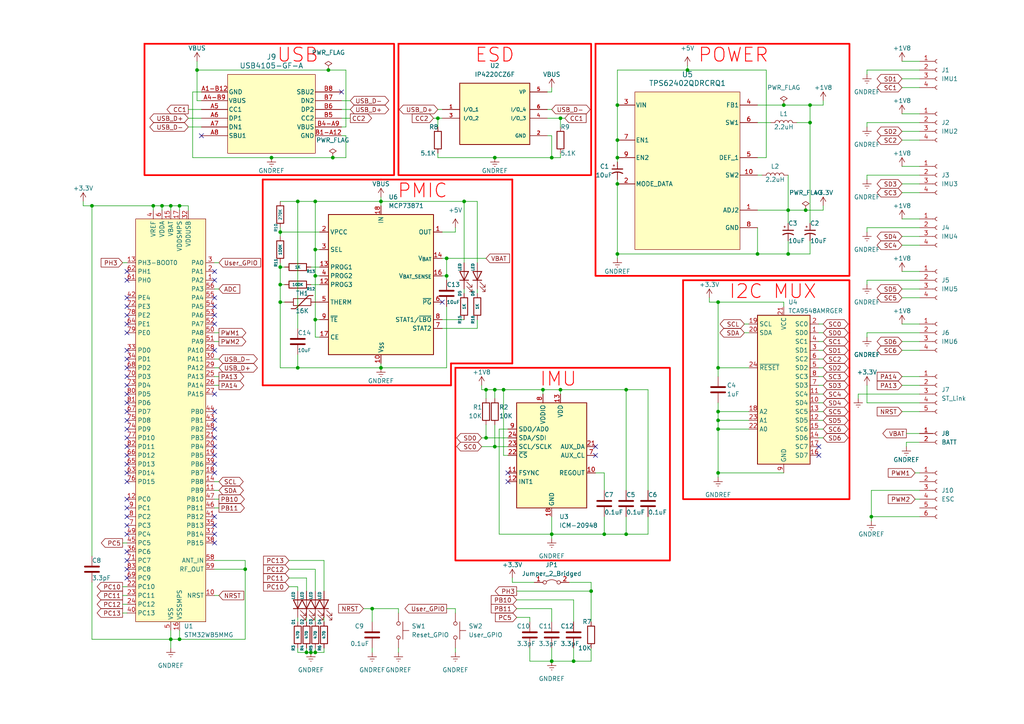
<source format=kicad_sch>
(kicad_sch (version 20230121) (generator eeschema)
  (paper "A4")
  (title_block (title "GLOVE PCB") (date "2024-03-04") (rev "CHUCHUNG WANG"))
  (junction (at 228.6 73.66))
  (junction (at 143.51 129.54))
  (junction (at 234.95 35.56))
  (junction (at 181.61 113.03))
  (junction (at 146.05 113.03))
  (junction (at 95.25 20.32))
  (junction (at 71.12 165.1))
  (junction (at 110.49 58.42))
  (junction (at 179.07 30.48))
  (junction (at 162.56 113.03))
  (junction (at 234.95 30.48))
  (junction (at 81.28 87.63))
  (junction (at 160.02 154.94))
  (junction (at 91.44 92.71))
  (junction (at 140.97 127))
  (junction (at 166.37 191.77))
  (junction (at 110.49 106.68))
  (junction (at 227.33 30.48))
  (junction (at 175.26 154.94))
  (junction (at 44.45 59.69))
  (junction (at 107.95 176.53))
  (junction (at 252.73 149.86))
  (junction (at 81.28 67.31))
  (junction (at 49.53 59.69))
  (junction (at 162.56 34.29))
  (junction (at 219.71 73.66))
  (junction (at 179.07 53.34))
  (junction (at 52.07 59.69))
  (junction (at 91.44 80.01))
  (junction (at 86.36 106.68))
  (junction (at 208.28 124.46))
  (junction (at 208.28 106.68))
  (junction (at 52.07 185.42))
  (junction (at 233.68 60.96))
  (junction (at 90.17 189.23))
  (junction (at 228.6 60.96))
  (junction (at 134.62 58.42))
  (junction (at 86.36 58.42))
  (junction (at 26.67 59.69))
  (junction (at 179.07 45.72))
  (junction (at 49.53 185.42))
  (junction (at 143.51 113.03))
  (junction (at 81.28 77.47))
  (junction (at 160.02 45.72))
  (junction (at 208.28 87.63))
  (junction (at 88.9 189.23))
  (junction (at 208.28 119.38))
  (junction (at 78.74 45.72))
  (junction (at 179.07 40.64))
  (junction (at 129.54 80.01))
  (junction (at 129.54 74.93))
  (junction (at 91.44 72.39))
  (junction (at 160.02 191.77))
  (junction (at 208.28 137.16))
  (junction (at 208.28 121.92))
  (junction (at 57.15 20.32))
  (junction (at 171.45 171.45))
  (junction (at 127 34.29))
  (junction (at 179.07 73.66))
  (junction (at 81.28 82.55))
  (junction (at 199.39 20.32))
  (junction (at 157.48 113.03))
  (junction (at 96.52 45.72))
  (junction (at 143.51 45.72))
  (junction (at 91.44 189.23))
  (junction (at 140.97 113.03))
  (junction (at 181.61 154.94))
  (junction (at 91.44 58.42))
  (junction (at 46.99 59.69))
  (no_connect (at 147.32 137.16))
  (no_connect (at 36.83 119.38))
  (no_connect (at 62.23 134.62))
  (no_connect (at 128.27 87.63))
  (no_connect (at 62.23 119.38))
  (no_connect (at 36.83 167.64))
  (no_connect (at 62.23 152.4))
  (no_connect (at 237.49 132.08))
  (no_connect (at 36.83 137.16))
  (no_connect (at 62.23 88.9))
  (no_connect (at 62.23 132.08))
  (no_connect (at 36.83 165.1))
  (no_connect (at 147.32 139.7))
  (no_connect (at 62.23 81.28))
  (no_connect (at 36.83 139.7))
  (no_connect (at 62.23 121.92))
  (no_connect (at 36.83 129.54))
  (no_connect (at 237.49 129.54))
  (no_connect (at 62.23 101.6))
  (no_connect (at 36.83 134.62))
  (no_connect (at 36.83 162.56))
  (no_connect (at 36.83 86.36))
  (no_connect (at 62.23 127))
  (no_connect (at 36.83 104.14))
  (no_connect (at 62.23 124.46))
  (no_connect (at 36.83 152.4))
  (no_connect (at 36.83 111.76))
  (no_connect (at 62.23 137.16))
  (no_connect (at 36.83 81.28))
  (no_connect (at 36.83 154.94))
  (no_connect (at 36.83 106.68))
  (no_connect (at 36.83 96.52))
  (no_connect (at 36.83 160.02))
  (no_connect (at 36.83 144.78))
  (no_connect (at 36.83 127))
  (no_connect (at 62.23 86.36))
  (no_connect (at 62.23 154.94))
  (no_connect (at 36.83 88.9))
  (no_connect (at 172.72 132.08))
  (no_connect (at 62.23 157.48))
  (no_connect (at 36.83 132.08))
  (no_connect (at 36.83 114.3))
  (no_connect (at 62.23 78.74))
  (no_connect (at 62.23 93.98))
  (no_connect (at 36.83 78.74))
  (no_connect (at 36.83 124.46))
  (no_connect (at 172.72 129.54))
  (no_connect (at 36.83 91.44))
  (no_connect (at 36.83 116.84))
  (no_connect (at 36.83 93.98))
  (no_connect (at 36.83 147.32))
  (no_connect (at 62.23 149.86))
  (no_connect (at 36.83 149.86))
  (no_connect (at 99.06 26.67))
  (no_connect (at 36.83 109.22))
  (no_connect (at 36.83 101.6))
  (no_connect (at 62.23 114.3))
  (no_connect (at 58.42 39.37))
  (no_connect (at 36.83 121.92))
  (no_connect (at 62.23 129.54))
  (no_connect (at 62.23 91.44))
  (wire (pts (xy 83.82 170.18) (xy 86.36 170.18)))
  (wire (pts (xy 252.73 142.24) (xy 252.73 149.86)))
  (wire (pts (xy 261.62 78.74) (xy 266.7 78.74)))
  (wire (pts (xy 46.99 59.69) (xy 46.99 60.96)))
  (wire (pts (xy 26.67 59.69) (xy 44.45 59.69)))
  (wire (pts (xy 62.23 96.52) (xy 63.5 96.52)))
  (wire (pts (xy 99.06 34.29) (xy 101.6 34.29)))
  (wire (pts (xy 237.49 106.68) (xy 238.76 106.68)))
  (wire (pts (xy 115.57 187.96) (xy 115.57 189.23)))
  (wire (pts (xy 91.44 189.23) (xy 93.98 189.23)))
  (wire (pts (xy 228.6 69.85) (xy 228.6 73.66)))
  (wire (pts (xy 115.57 176.53) (xy 115.57 177.8)))
  (wire (pts (xy 237.49 124.46) (xy 238.76 124.46)))
  (wire (pts (xy 139.7 129.54) (xy 143.51 129.54)))
  (wire (pts (xy 237.49 121.92) (xy 238.76 121.92)))
  (wire (pts (xy 266.7 128.27) (xy 262.89 128.27)))
  (polyline (pts (xy 76.2 111.76) (xy 130.81 111.76)) (stroke (width 0.5) (type solid) (color 255 0 0 1)))
  (wire (pts (xy 187.96 142.24) (xy 187.96 113.03)))
  (wire (pts (xy 187.96 149.86) (xy 187.96 154.94)))
  (wire (pts (xy 227.33 30.48) (xy 234.95 30.48)))
  (wire (pts (xy 262.89 128.27) (xy 262.89 129.54)))
  (wire (pts (xy 86.36 58.42) (xy 86.36 95.25)))
  (wire (pts (xy 54.61 36.83) (xy 58.42 36.83)))
  (wire (pts (xy 35.56 76.2) (xy 36.83 76.2)))
  (wire (pts (xy 261.62 22.86) (xy 266.7 22.86)))
  (wire (pts (xy 219.71 50.8) (xy 220.98 50.8)))
  (wire (pts (xy 52.07 182.88) (xy 52.07 185.42)))
  (wire (pts (xy 81.28 76.2) (xy 81.28 77.47)))
  (wire (pts (xy 143.51 113.03) (xy 143.51 115.57)))
  (wire (pts (xy 222.25 20.32) (xy 222.25 45.72)))
  (wire (pts (xy 62.23 147.32) (xy 63.5 147.32)))
  (wire (pts (xy 35.56 175.26) (xy 36.83 175.26)))
  (wire (pts (xy 52.07 60.96) (xy 52.07 59.69)))
  (wire (pts (xy 127 44.45) (xy 127 45.72)))
  (wire (pts (xy 134.62 58.42) (xy 134.62 76.2)))
  (wire (pts (xy 261.62 63.5) (xy 266.7 63.5)))
  (wire (pts (xy 71.12 185.42) (xy 52.07 185.42)))
  (wire (pts (xy 147.32 124.46) (xy 144.78 124.46)))
  (wire (pts (xy 158.75 26.67) (xy 160.02 26.67)))
  (wire (pts (xy 81.28 82.55) (xy 82.55 82.55)))
  (wire (pts (xy 227.33 87.63) (xy 227.33 88.9)))
  (wire (pts (xy 175.26 154.94) (xy 160.02 154.94)))
  (wire (pts (xy 81.28 77.47) (xy 82.55 77.47)))
  (wire (pts (xy 179.07 52.07) (xy 179.07 53.34)))
  (wire (pts (xy 261.62 101.6) (xy 266.7 101.6)))
  (wire (pts (xy 62.23 139.7) (xy 63.5 139.7)))
  (wire (pts (xy 86.36 187.96) (xy 86.36 189.23)))
  (wire (pts (xy 148.59 168.91) (xy 154.94 168.91)))
  (wire (pts (xy 91.44 80.01) (xy 91.44 92.71)))
  (wire (pts (xy 62.23 165.1) (xy 71.12 165.1)))
  (wire (pts (xy 160.02 39.37) (xy 158.75 39.37)))
  (wire (pts (xy 208.28 124.46) (xy 217.17 124.46)))
  (wire (pts (xy 208.28 106.68) (xy 208.28 109.22)))
  (wire (pts (xy 129.54 80.01) (xy 129.54 81.28)))
  (wire (pts (xy 149.86 176.53) (xy 160.02 176.53)))
  (wire (pts (xy 93.98 180.34) (xy 93.98 179.07)))
  (wire (pts (xy 86.36 189.23) (xy 88.9 189.23)))
  (wire (pts (xy 105.41 176.53) (xy 107.95 176.53)))
  (wire (pts (xy 139.7 111.76) (xy 139.7 113.03)))
  (wire (pts (xy 162.56 34.29) (xy 163.83 34.29)))
  (wire (pts (xy 35.56 157.48) (xy 36.83 157.48)))
  (wire (pts (xy 175.26 154.94) (xy 181.61 154.94)))
  (wire (pts (xy 251.46 35.56) (xy 251.46 36.83)))
  (wire (pts (xy 219.71 30.48) (xy 227.33 30.48)))
  (wire (pts (xy 83.82 165.1) (xy 91.44 165.1)))
  (wire (pts (xy 83.82 162.56) (xy 93.98 162.56)))
  (wire (pts (xy 162.56 113.03) (xy 181.61 113.03)))
  (wire (pts (xy 261.62 68.58) (xy 266.7 68.58)))
  (wire (pts (xy 248.92 114.3) (xy 248.92 115.57)))
  (wire (pts (xy 93.98 162.56) (xy 93.98 171.45)))
  (wire (pts (xy 110.49 105.41) (xy 110.49 106.68)))
  (wire (pts (xy 261.62 83.82) (xy 266.7 83.82)))
  (wire (pts (xy 252.73 142.24) (xy 266.7 142.24)))
  (wire (pts (xy 233.68 60.96) (xy 238.76 60.96)))
  (wire (pts (xy 134.62 92.71) (xy 128.27 92.71)))
  (wire (pts (xy 234.95 30.48) (xy 234.95 35.56)))
  (wire (pts (xy 179.07 20.32) (xy 179.07 30.48)))
  (wire (pts (xy 160.02 154.94) (xy 160.02 156.21)))
  (wire (pts (xy 62.23 162.56) (xy 71.12 162.56)))
  (wire (pts (xy 237.49 101.6) (xy 238.76 101.6)))
  (wire (pts (xy 261.62 33.02) (xy 266.7 33.02)))
  (wire (pts (xy 129.54 80.01) (xy 128.27 80.01)))
  (wire (pts (xy 261.62 93.98) (xy 266.7 93.98)))
  (wire (pts (xy 127 34.29) (xy 128.27 34.29)))
  (wire (pts (xy 171.45 171.45) (xy 171.45 180.34)))
  (wire (pts (xy 128.27 67.31) (xy 132.08 67.31)))
  (wire (pts (xy 86.36 58.42) (xy 91.44 58.42)))
  (wire (pts (xy 139.7 127) (xy 140.97 127)))
  (wire (pts (xy 237.49 114.3) (xy 238.76 114.3)))
  (wire (pts (xy 149.86 179.07) (xy 153.67 179.07)))
  (wire (pts (xy 171.45 187.96) (xy 171.45 191.77)))
  (wire (pts (xy 57.15 20.32) (xy 57.15 29.21)))
  (wire (pts (xy 266.7 114.3) (xy 248.92 114.3)))
  (wire (pts (xy 208.28 87.63) (xy 208.28 106.68)))
  (wire (pts (xy 96.52 45.72) (xy 100.33 45.72)))
  (wire (pts (xy 261.62 40.64) (xy 266.7 40.64)))
  (wire (pts (xy 181.61 113.03) (xy 187.96 113.03)))
  (wire (pts (xy 149.86 173.99) (xy 166.37 173.99)))
  (wire (pts (xy 179.07 40.64) (xy 179.07 45.72)))
  (wire (pts (xy 143.51 129.54) (xy 147.32 129.54)))
  (wire (pts (xy 26.67 168.91) (xy 26.67 185.42)))
  (wire (pts (xy 139.7 113.03) (xy 140.97 113.03)))
  (wire (pts (xy 140.97 113.03) (xy 143.51 113.03)))
  (wire (pts (xy 215.9 93.98) (xy 217.17 93.98)))
  (wire (pts (xy 91.44 92.71) (xy 91.44 97.79)))
  (wire (pts (xy 234.95 69.85) (xy 234.95 73.66)))
  (wire (pts (xy 265.43 144.78) (xy 266.7 144.78)))
  (wire (pts (xy 134.62 58.42) (xy 138.43 58.42)))
  (wire (pts (xy 128.27 74.93) (xy 129.54 74.93)))
  (wire (pts (xy 35.56 177.8) (xy 36.83 177.8)))
  (wire (pts (xy 134.62 83.82) (xy 134.62 85.09)))
  (wire (pts (xy 81.28 82.55) (xy 81.28 87.63)))
  (wire (pts (xy 251.46 20.32) (xy 266.7 20.32)))
  (wire (pts (xy 238.76 59.69) (xy 238.76 60.96)))
  (wire (pts (xy 219.71 35.56) (xy 223.52 35.56)))
  (wire (pts (xy 62.23 104.14) (xy 63.5 104.14)))
  (wire (pts (xy 49.53 185.42) (xy 49.53 187.96)))
  (wire (pts (xy 162.56 113.03) (xy 157.48 113.03)))
  (wire (pts (xy 153.67 187.96) (xy 153.67 191.77)))
  (wire (pts (xy 62.23 83.82) (xy 63.5 83.82)))
  (wire (pts (xy 165.1 168.91) (xy 171.45 168.91)))
  (wire (pts (xy 148.59 168.91) (xy 148.59 167.64)))
  (wire (pts (xy 129.54 74.93) (xy 140.97 74.93)))
  (wire (pts (xy 261.62 111.76) (xy 266.7 111.76)))
  (wire (pts (xy 251.46 96.52) (xy 251.46 97.79)))
  (wire (pts (xy 62.23 99.06) (xy 63.5 99.06)))
  (wire (pts (xy 219.71 73.66) (xy 228.6 73.66)))
  (wire (pts (xy 179.07 53.34) (xy 179.07 73.66)))
  (wire (pts (xy 86.36 102.87) (xy 86.36 106.68)))
  (wire (pts (xy 91.44 180.34) (xy 91.44 179.07)))
  (wire (pts (xy 86.36 106.68) (xy 110.49 106.68)))
  (wire (pts (xy 26.67 185.42) (xy 49.53 185.42)))
  (wire (pts (xy 251.46 116.84) (xy 266.7 116.84)))
  (wire (pts (xy 127 34.29) (xy 127 36.83)))
  (wire (pts (xy 62.23 144.78) (xy 63.5 144.78)))
  (wire (pts (xy 208.28 119.38) (xy 217.17 119.38)))
  (wire (pts (xy 238.76 29.21) (xy 238.76 30.48)))
  (wire (pts (xy 127 45.72) (xy 143.51 45.72)))
  (wire (pts (xy 93.98 187.96) (xy 93.98 189.23)))
  (wire (pts (xy 251.46 66.04) (xy 251.46 67.31)))
  (wire (pts (xy 81.28 58.42) (xy 86.36 58.42)))
  (wire (pts (xy 49.53 182.88) (xy 49.53 185.42)))
  (wire (pts (xy 251.46 81.28) (xy 266.7 81.28)))
  (wire (pts (xy 181.61 154.94) (xy 187.96 154.94)))
  (wire (pts (xy 140.97 113.03) (xy 140.97 115.57)))
  (wire (pts (xy 179.07 45.72) (xy 179.07 46.99)))
  (wire (pts (xy 171.45 191.77) (xy 166.37 191.77)))
  (wire (pts (xy 234.95 35.56) (xy 231.14 35.56)))
  (wire (pts (xy 146.05 132.08) (xy 147.32 132.08)))
  (wire (pts (xy 78.74 45.72) (xy 96.52 45.72)))
  (wire (pts (xy 127 31.75) (xy 128.27 31.75)))
  (wire (pts (xy 261.62 25.4) (xy 266.7 25.4)))
  (wire (pts (xy 219.71 60.96) (xy 228.6 60.96)))
  (wire (pts (xy 181.61 149.86) (xy 181.61 154.94)))
  (wire (pts (xy 215.9 96.52) (xy 217.17 96.52)))
  (wire (pts (xy 237.49 104.14) (xy 238.76 104.14)))
  (wire (pts (xy 261.62 119.38) (xy 266.7 119.38)))
  (wire (pts (xy 81.28 87.63) (xy 81.28 106.68)))
  (wire (pts (xy 107.95 176.53) (xy 107.95 180.34)))
  (wire (pts (xy 144.78 124.46) (xy 144.78 154.94)))
  (wire (pts (xy 46.99 59.69) (xy 49.53 59.69)))
  (wire (pts (xy 90.17 82.55) (xy 92.71 82.55)))
  (wire (pts (xy 237.49 116.84) (xy 238.76 116.84)))
  (wire (pts (xy 78.74 45.72) (xy 55.88 45.72)))
  (wire (pts (xy 199.39 20.32) (xy 222.25 20.32)))
  (wire (pts (xy 110.49 58.42) (xy 110.49 59.69)))
  (wire (pts (xy 62.23 111.76) (xy 63.5 111.76)))
  (wire (pts (xy 261.62 17.78) (xy 266.7 17.78)))
  (wire (pts (xy 129.54 88.9) (xy 129.54 106.68)))
  (wire (pts (xy 179.07 73.66) (xy 179.07 74.93)))
  (wire (pts (xy 99.06 29.21) (xy 101.6 29.21)))
  (polyline (pts (xy 110.49 52.07) (xy 148.59 52.07)) (stroke (width 0.5) (type solid) (color 255 0 0 1)))
  (wire (pts (xy 107.95 187.96) (xy 107.95 189.23)))
  (wire (pts (xy 237.49 93.98) (xy 238.76 93.98)))
  (wire (pts (xy 92.71 92.71) (xy 91.44 92.71)))
  (wire (pts (xy 86.36 180.34) (xy 86.36 179.07)))
  (wire (pts (xy 91.44 165.1) (xy 91.44 171.45)))
  (wire (pts (xy 157.48 113.03) (xy 157.48 114.3)))
  (wire (pts (xy 129.54 176.53) (xy 132.08 176.53)))
  (wire (pts (xy 71.12 165.1) (xy 71.12 185.42)))
  (wire (pts (xy 146.05 113.03) (xy 143.51 113.03)))
  (wire (pts (xy 138.43 92.71) (xy 138.43 95.25)))
  (wire (pts (xy 208.28 121.92) (xy 217.17 121.92)))
  (wire (pts (xy 234.95 35.56) (xy 234.95 64.77)))
  (wire (pts (xy 199.39 20.32) (xy 199.39 19.05)))
  (polyline (pts (xy 76.2 52.07) (xy 76.2 111.76)) (stroke (width 0.5) (type solid) (color 255 0 0 1)))
  (wire (pts (xy 90.17 77.47) (xy 92.71 77.47)))
  (wire (pts (xy 132.08 176.53) (xy 132.08 177.8)))
  (wire (pts (xy 208.28 119.38) (xy 208.28 121.92)))
  (wire (pts (xy 160.02 154.94) (xy 160.02 149.86)))
  (wire (pts (xy 237.49 127) (xy 238.76 127)))
  (wire (pts (xy 265.43 137.16) (xy 266.7 137.16)))
  (wire (pts (xy 35.56 172.72) (xy 36.83 172.72)))
  (wire (pts (xy 146.05 113.03) (xy 146.05 132.08)))
  (wire (pts (xy 132.08 187.96) (xy 132.08 189.23)))
  (wire (pts (xy 146.05 113.03) (xy 157.48 113.03)))
  (wire (pts (xy 54.61 31.75) (xy 58.42 31.75)))
  (wire (pts (xy 52.07 59.69) (xy 49.53 59.69)))
  (wire (pts (xy 261.62 71.12) (xy 266.7 71.12)))
  (wire (pts (xy 55.88 26.67) (xy 55.88 45.72)))
  (wire (pts (xy 100.33 20.32) (xy 95.25 20.32)))
  (wire (pts (xy 262.89 125.73) (xy 266.7 125.73)))
  (polyline (pts (xy 130.81 105.41) (xy 148.59 105.41)) (stroke (width 0.5) (type solid) (color 255 0 0 1)))
  (wire (pts (xy 62.23 142.24) (xy 63.5 142.24)))
  (wire (pts (xy 251.46 20.32) (xy 251.46 21.59)))
  (wire (pts (xy 54.61 59.69) (xy 52.07 59.69)))
  (wire (pts (xy 237.49 96.52) (xy 238.76 96.52)))
  (wire (pts (xy 158.75 34.29) (xy 162.56 34.29)))
  (wire (pts (xy 199.39 20.32) (xy 179.07 20.32)))
  (wire (pts (xy 100.33 36.83) (xy 100.33 20.32)))
  (wire (pts (xy 208.28 121.92) (xy 208.28 124.46)))
  (wire (pts (xy 88.9 167.64) (xy 88.9 171.45)))
  (wire (pts (xy 92.71 97.79) (xy 91.44 97.79)))
  (wire (pts (xy 251.46 35.56) (xy 266.7 35.56)))
  (wire (pts (xy 208.28 87.63) (xy 227.33 87.63)))
  (wire (pts (xy 58.42 26.67) (xy 55.88 26.67)))
  (wire (pts (xy 91.44 72.39) (xy 91.44 58.42)))
  (wire (pts (xy 160.02 25.4) (xy 160.02 26.67)))
  (wire (pts (xy 92.71 72.39) (xy 91.44 72.39)))
  (wire (pts (xy 261.62 55.88) (xy 266.7 55.88)))
  (wire (pts (xy 144.78 154.94) (xy 160.02 154.94)))
  (wire (pts (xy 132.08 67.31) (xy 132.08 66.04)))
  (wire (pts (xy 57.15 17.78) (xy 57.15 20.32)))
  (wire (pts (xy 100.33 39.37) (xy 99.06 39.37)))
  (wire (pts (xy 208.28 137.16) (xy 208.28 138.43)))
  (wire (pts (xy 205.74 87.63) (xy 208.28 87.63)))
  (wire (pts (xy 58.42 29.21) (xy 57.15 29.21)))
  (wire (pts (xy 62.23 106.68) (xy 63.5 106.68)))
  (wire (pts (xy 129.54 74.93) (xy 129.54 80.01)))
  (wire (pts (xy 86.36 170.18) (xy 86.36 171.45)))
  (wire (pts (xy 44.45 59.69) (xy 46.99 59.69)))
  (wire (pts (xy 228.6 60.96) (xy 228.6 64.77)))
  (wire (pts (xy 205.74 86.36) (xy 205.74 87.63)))
  (wire (pts (xy 92.71 80.01) (xy 91.44 80.01)))
  (wire (pts (xy 171.45 168.91) (xy 171.45 171.45)))
  (wire (pts (xy 160.02 191.77) (xy 166.37 191.77)))
  (wire (pts (xy 138.43 95.25) (xy 128.27 95.25)))
  (wire (pts (xy 149.86 171.45) (xy 171.45 171.45)))
  (wire (pts (xy 252.73 149.86) (xy 266.7 149.86)))
  (polyline (pts (xy 130.81 111.76) (xy 130.81 105.41)) (stroke (width 0.5) (type solid) (color 255 0 0 1)))
  (wire (pts (xy 251.46 81.28) (xy 251.46 82.55)))
  (wire (pts (xy 261.62 109.22) (xy 266.7 109.22)))
  (wire (pts (xy 44.45 59.69) (xy 44.45 60.96)))
  (wire (pts (xy 237.49 109.22) (xy 238.76 109.22)))
  (wire (pts (xy 110.49 106.68) (xy 129.54 106.68)))
  (wire (pts (xy 261.62 38.1) (xy 266.7 38.1)))
  (wire (pts (xy 261.62 48.26) (xy 266.7 48.26)))
  (wire (pts (xy 228.6 50.8) (xy 228.6 60.96)))
  (wire (pts (xy 162.56 45.72) (xy 160.02 45.72)))
  (wire (pts (xy 52.07 185.42) (xy 49.53 185.42)))
  (wire (pts (xy 26.67 59.69) (xy 26.67 161.29)))
  (wire (pts (xy 24.13 59.69) (xy 24.13 58.42)))
  (wire (pts (xy 261.62 53.34) (xy 266.7 53.34)))
  (wire (pts (xy 237.49 119.38) (xy 238.76 119.38)))
  (wire (pts (xy 81.28 106.68) (xy 86.36 106.68)))
  (wire (pts (xy 83.82 167.64) (xy 88.9 167.64)))
  (wire (pts (xy 88.9 180.34) (xy 88.9 179.07)))
  (wire (pts (xy 24.13 59.69) (xy 26.67 59.69)))
  (wire (pts (xy 162.56 44.45) (xy 162.56 45.72)))
  (wire (pts (xy 208.28 137.16) (xy 208.28 124.46)))
  (wire (pts (xy 62.23 76.2) (xy 63.5 76.2)))
  (wire (pts (xy 162.56 34.29) (xy 162.56 36.83)))
  (wire (pts (xy 175.26 137.16) (xy 175.26 142.24)))
  (wire (pts (xy 166.37 187.96) (xy 166.37 191.77)))
  (wire (pts (xy 166.37 173.99) (xy 166.37 180.34)))
  (wire (pts (xy 160.02 187.96) (xy 160.02 191.77)))
  (wire (pts (xy 54.61 34.29) (xy 58.42 34.29)))
  (wire (pts (xy 237.49 99.06) (xy 238.76 99.06)))
  (wire (pts (xy 222.25 45.72) (xy 219.71 45.72)))
  (wire (pts (xy 208.28 116.84) (xy 208.28 119.38)))
  (wire (pts (xy 91.44 58.42) (xy 110.49 58.42)))
  (wire (pts (xy 208.28 137.16) (xy 227.33 137.16)))
  (polyline (pts (xy 110.49 52.07) (xy 76.2 52.07)) (stroke (width 0.5) (type solid) (color 255 0 0 1)))
  (wire (pts (xy 181.61 113.03) (xy 181.61 142.24)))
  (wire (pts (xy 252.73 149.86) (xy 252.73 151.13)))
  (wire (pts (xy 90.17 189.23) (xy 91.44 189.23)))
  (wire (pts (xy 162.56 113.03) (xy 162.56 114.3)))
  (wire (pts (xy 143.51 45.72) (xy 160.02 45.72)))
  (wire (pts (xy 81.28 87.63) (xy 82.55 87.63)))
  (wire (pts (xy 153.67 179.07) (xy 153.67 180.34)))
  (wire (pts (xy 99.06 31.75) (xy 101.6 31.75)))
  (wire (pts (xy 219.71 66.04) (xy 219.71 73.66)))
  (wire (pts (xy 62.23 172.72) (xy 63.5 172.72)))
  (wire (pts (xy 110.49 58.42) (xy 134.62 58.42)))
  (wire (pts (xy 91.44 72.39) (xy 91.44 80.01)))
  (wire (pts (xy 158.75 31.75) (xy 160.02 31.75)))
  (wire (pts (xy 179.07 30.48) (xy 179.07 40.64)))
  (wire (pts (xy 125.73 34.29) (xy 127 34.29)))
  (wire (pts (xy 71.12 162.56) (xy 71.12 165.1)))
  (wire (pts (xy 110.49 57.15) (xy 110.49 58.42)))
  (wire (pts (xy 251.46 66.04) (xy 266.7 66.04)))
  (wire (pts (xy 95.25 20.32) (xy 57.15 20.32)))
  (wire (pts (xy 228.6 60.96) (xy 233.68 60.96)))
  (wire (pts (xy 88.9 189.23) (xy 90.17 189.23)))
  (wire (pts (xy 81.28 67.31) (xy 81.28 68.58)))
  (wire (pts (xy 138.43 83.82) (xy 138.43 85.09)))
  (wire (pts (xy 237.49 111.76) (xy 238.76 111.76)))
  (wire (pts (xy 81.28 67.31) (xy 81.28 66.04)))
  (wire (pts (xy 251.46 111.76) (xy 251.46 116.84)))
  (wire (pts (xy 62.23 109.22) (xy 63.5 109.22)))
  (wire (pts (xy 261.62 99.06) (xy 266.7 99.06)))
  (wire (pts (xy 99.06 36.83) (xy 100.33 36.83)))
  (wire (pts (xy 251.46 50.8) (xy 266.7 50.8)))
  (wire (pts (xy 228.6 73.66) (xy 234.95 73.66)))
  (wire (pts (xy 88.9 187.96) (xy 88.9 189.23)))
  (wire (pts (xy 251.46 50.8) (xy 251.46 52.07)))
  (wire (pts (xy 234.95 30.48) (xy 238.76 30.48)))
  (wire (pts (xy 138.43 76.2) (xy 138.43 58.42)))
  (wire (pts (xy 92.71 67.31) (xy 81.28 67.31)))
  (wire (pts (xy 208.28 106.68) (xy 217.17 106.68)))
  (wire (pts (xy 91.44 187.96) (xy 91.44 189.23)))
  (wire (pts (xy 100.33 39.37) (xy 100.33 45.72)))
  (wire (pts (xy 49.53 60.96) (xy 49.53 59.69)))
  (wire (pts (xy 143.51 123.19) (xy 143.51 129.54)))
  (wire (pts (xy 107.95 176.53) (xy 115.57 176.53)))
  (wire (pts (xy 172.72 137.16) (xy 175.26 137.16)))
  (wire (pts (xy 54.61 60.96) (xy 54.61 59.69)))
  (wire (pts (xy 160.02 45.72) (xy 160.02 39.37)))
  (polyline (pts (xy 148.59 105.41) (xy 148.59 52.07)) (stroke (width 0.5) (type solid) (color 255 0 0 1)))
  (wire (pts (xy 261.62 86.36) (xy 266.7 86.36)))
  (wire (pts (xy 35.56 170.18) (xy 36.83 170.18)))
  (wire (pts (xy 175.26 149.86) (xy 175.26 154.94)))
  (wire (pts (xy 251.46 96.52) (xy 266.7 96.52)))
  (wire (pts (xy 81.28 77.47) (xy 81.28 82.55)))
  (wire (pts (xy 140.97 123.19) (xy 140.97 127)))
  (wire (pts (xy 140.97 127) (xy 147.32 127)))
  (wire (pts (xy 153.67 191.77) (xy 160.02 191.77)))
  (wire (pts (xy 179.07 73.66) (xy 219.71 73.66)))
  (wire (pts (xy 160.02 176.53) (xy 160.02 180.34)))
  (rectangle (start 41.91 12.7) (end 114.3 50.8) (stroke (width 0.5) (color 255 0 0 1)))
  (rectangle (start 198.12 81.28) (end 246.38 144.78) (stroke (width 0.5) (color 255 0 0 1)))
  (rectangle (start 115.57 12.7) (end 171.45 50.8) (stroke (width 0.5) (color 255 0 0 1)))
  (rectangle (start 172.72 12.7) (end 246.38 80.01) (stroke (width 0.5) (color 255 0 0 1)))
  (rectangle (start 132.08 106.68) (end 194.31 162.56) (stroke (width 0.5) (color 255 0 0 1)))
  (text_box "USB\n" (at 80.01 12.7 0) (size 12.7 6.35) (stroke (width -0.0001)) (effects (font (size 4 4) (thickness 0.254) bold)))
  (text_box "PMIC" (at 115.57 52.07 0) (size 13.97 6.35) (stroke (width -0.0001)) (effects (font (size 4 4) (thickness 0.254) bold)))
  (text_box "POWER" (at 201.93 12.7 0) (size 21.59 6.35) (stroke (width -0.0001)) (effects (font (size 4 4) (thickness 0.254) bold)))
  (text_box "IMU" (at 156.21 106.68 0) (size 11.43 6.35) (stroke (width -0.0001)) (effects (font (size 4 4) (thickness 0.254) bold)))
  (text_box "ESD" (at 137.16 12.7 0) (size 12.7 6.35) (stroke (width -0.0001)) (effects (font (size 4 4) (thickness 0.254) bold)))
  (text_box "I2C MUX" (at 208.28 81.28 0) (size 31.75 6.35) (stroke (width -0.0001)) (effects (font (size 4 4) (thickness 0.254) bold)))
  (global_label "PB10" (shape input) (at 149.86 173.99 180) (property "Intersheetrefs" "${INTERSHEET_REFS}" (effects hide)))
  (global_label "PH3" (shape output) (at 149.86 171.45 180) (property "Intersheetrefs" "${INTERSHEET_REFS}" (effects hide)))
  (global_label "PC11" (shape output) (at 35.56 172.72 180) (property "Intersheetrefs" "${INTERSHEET_REFS}" (effects hide)))
  (global_label "SD0" (shape bidirectional) (at 238.76 96.52 0) (property "Intersheetrefs" "${INTERSHEET_REFS}" (effects hide)))
  (global_label "PC12" (shape output) (at 35.56 175.26 180) (property "Intersheetrefs" "${INTERSHEET_REFS}" (effects hide)))
  (global_label "PC11" (shape input) (at 83.82 167.64 180) (property "Intersheetrefs" "${INTERSHEET_REFS}" (effects hide)))
  (global_label "SD6" (shape bidirectional) (at 261.62 99.06 180) (property "Intersheetrefs" "${INTERSHEET_REFS}" (effects hide)))
  (global_label "NRST" (shape input) (at 105.41 176.53 180) (property "Intersheetrefs" "${INTERSHEET_REFS}" (effects hide)))
  (global_label "SD1" (shape bidirectional) (at 261.62 22.86 180) (property "Intersheetrefs" "${INTERSHEET_REFS}" (effects hide)))
  (global_label "SD2" (shape bidirectional) (at 238.76 106.68 0) (property "Intersheetrefs" "${INTERSHEET_REFS}" (effects hide)))
  (global_label "PWM2" (shape input) (at 265.43 144.78 180) (property "Intersheetrefs" "${INTERSHEET_REFS}" (effects hide)))
  (global_label "PH3" (shape input) (at 35.56 76.2 180) (property "Intersheetrefs" "${INTERSHEET_REFS}" (effects hide)))
  (global_label "PA14" (shape input) (at 261.62 109.22 180) (property "Intersheetrefs" "${INTERSHEET_REFS}" (effects hide)))
  (global_label "PC12" (shape input) (at 83.82 165.1 180) (property "Intersheetrefs" "${INTERSHEET_REFS}" (effects hide)))
  (global_label "SC1" (shape bidirectional) (at 261.62 25.4 180) (property "Intersheetrefs" "${INTERSHEET_REFS}" (effects hide)))
  (global_label "SDA" (shape bidirectional) (at 215.9 96.52 180) (property "Intersheetrefs" "${INTERSHEET_REFS}" (effects hide)))
  (global_label "SC6" (shape bidirectional) (at 261.62 101.6 180) (property "Intersheetrefs" "${INTERSHEET_REFS}" (effects hide)))
  (global_label "SC1" (shape bidirectional) (at 238.76 99.06 0) (property "Intersheetrefs" "${INTERSHEET_REFS}" (effects hide)))
  (global_label "PC13" (shape input) (at 83.82 162.56 180) (property "Intersheetrefs" "${INTERSHEET_REFS}" (effects hide)))
  (global_label "USB_D+" (shape bidirectional) (at 54.61 34.29 180) (property "Intersheetrefs" "${INTERSHEET_REFS}" (effects hide)))
  (global_label "SC5" (shape bidirectional) (at 238.76 119.38 0) (property "Intersheetrefs" "${INTERSHEET_REFS}" (effects hide)))
  (global_label "SC6" (shape bidirectional) (at 238.76 124.46 0) (property "Intersheetrefs" "${INTERSHEET_REFS}" (effects hide)))
  (global_label "USB_D+" (shape bidirectional) (at 127 31.75 180) (property "Intersheetrefs" "${INTERSHEET_REFS}" (effects hide)))
  (global_label "SC4" (shape bidirectional) (at 261.62 71.12 180) (property "Intersheetrefs" "${INTERSHEET_REFS}" (effects hide)))
  (global_label "SC3" (shape bidirectional) (at 238.76 109.22 0) (property "Intersheetrefs" "${INTERSHEET_REFS}" (effects hide)))
  (global_label "CC1" (shape input) (at 163.83 34.29 0) (property "Intersheetrefs" "${INTERSHEET_REFS}" (effects hide)))
  (global_label "NRST" (shape input) (at 63.5 172.72 0) (property "Intersheetrefs" "${INTERSHEET_REFS}" (effects hide)))
  (global_label "SD3" (shape bidirectional) (at 261.62 53.34 180) (property "Intersheetrefs" "${INTERSHEET_REFS}" (effects hide)))
  (global_label "PC10" (shape input) (at 83.82 170.18 180) (property "Intersheetrefs" "${INTERSHEET_REFS}" (effects hide)))
  (global_label "PWM1" (shape input) (at 265.43 137.16 180) (property "Intersheetrefs" "${INTERSHEET_REFS}" (effects hide)))
  (global_label "CC1" (shape output) (at 54.61 31.75 180) (property "Intersheetrefs" "${INTERSHEET_REFS}" (effects hide)))
  (global_label "VBAT" (shape output) (at 262.89 125.73 180) (property "Intersheetrefs" "${INTERSHEET_REFS}" (effects hide)))
  (global_label "PA13" (shape output) (at 63.5 109.22 0) (property "Intersheetrefs" "${INTERSHEET_REFS}" (effects hide)))
  (global_label "PA14" (shape output) (at 63.5 111.76 0) (property "Intersheetrefs" "${INTERSHEET_REFS}" (effects hide)))
  (global_label "SD1" (shape bidirectional) (at 238.76 101.6 0) (property "Intersheetrefs" "${INTERSHEET_REFS}" (effects hide)))
  (global_label "USB_D-" (shape bidirectional) (at 101.6 29.21 0) (property "Intersheetrefs" "${INTERSHEET_REFS}" (effects hide)))
  (global_label "SD0" (shape bidirectional) (at 139.7 127 180) (property "Intersheetrefs" "${INTERSHEET_REFS}" (effects hide)))
  (global_label "SCL" (shape bidirectional) (at 215.9 93.98 180) (property "Intersheetrefs" "${INTERSHEET_REFS}" (effects hide)))
  (global_label "PB11" (shape output) (at 63.5 147.32 0) (property "Intersheetrefs" "${INTERSHEET_REFS}" (effects hide)))
  (global_label "PWM1" (shape output) (at 63.5 96.52 0) (property "Intersheetrefs" "${INTERSHEET_REFS}" (effects hide)))
  (global_label "User_GPIO" (shape input) (at 63.5 76.2 0) (property "Intersheetrefs" "${INTERSHEET_REFS}" (effects hide)))
  (global_label "USB_D-" (shape bidirectional) (at 160.02 31.75 0) (property "Intersheetrefs" "${INTERSHEET_REFS}" (effects hide)))
  (global_label "User_GPIO" (shape output) (at 129.54 176.53 180) (property "Intersheetrefs" "${INTERSHEET_REFS}" (effects hide)))
  (global_label "SC4" (shape bidirectional) (at 238.76 114.3 0) (property "Intersheetrefs" "${INTERSHEET_REFS}" (effects hide)))
  (global_label "SDA" (shape bidirectional) (at 63.5 142.24 0) (property "Intersheetrefs" "${INTERSHEET_REFS}" (effects hide)))
  (global_label "USB_D+" (shape bidirectional) (at 63.5 106.68 0) (property "Intersheetrefs" "${INTERSHEET_REFS}" (effects hide)))
  (global_label "SC0" (shape bidirectional) (at 238.76 93.98 0) (property "Intersheetrefs" "${INTERSHEET_REFS}" (effects hide)))
  (global_label "PC5" (shape output) (at 35.56 157.48 180) (property "Intersheetrefs" "${INTERSHEET_REFS}" (effects hide)))
  (global_label "CC2" (shape output) (at 101.6 34.29 0) (property "Intersheetrefs" "${INTERSHEET_REFS}" (effects hide)))
  (global_label "SD6" (shape bidirectional) (at 238.76 127 0) (property "Intersheetrefs" "${INTERSHEET_REFS}" (effects hide)))
  (global_label "NRST" (shape input) (at 261.62 119.38 180) (property "Intersheetrefs" "${INTERSHEET_REFS}" (effects hide)))
  (global_label "SD4" (shape bidirectional) (at 238.76 116.84 0) (property "Intersheetrefs" "${INTERSHEET_REFS}" (effects hide)))
  (global_label "SC3" (shape bidirectional) (at 261.62 55.88 180) (property "Intersheetrefs" "${INTERSHEET_REFS}" (effects hide)))
  (global_label "PB10" (shape output) (at 63.5 144.78 0) (property "Intersheetrefs" "${INTERSHEET_REFS}" (effects hide)))
  (global_label "SD4" (shape bidirectional) (at 261.62 68.58 180) (property "Intersheetrefs" "${INTERSHEET_REFS}" (effects hide)))
  (global_label "PC10" (shape output) (at 35.56 170.18 180) (property "Intersheetrefs" "${INTERSHEET_REFS}" (effects hide)))
  (global_label "PC5" (shape input) (at 149.86 179.07 180) (property "Intersheetrefs" "${INTERSHEET_REFS}" (effects hide)))
  (global_label "SC2" (shape bidirectional) (at 238.76 104.14 0) (property "Intersheetrefs" "${INTERSHEET_REFS}" (effects hide)))
  (global_label "SD5" (shape bidirectional) (at 238.76 121.92 0) (property "Intersheetrefs" "${INTERSHEET_REFS}" (effects hide)))
  (global_label "SCL" (shape bidirectional) (at 63.5 139.7 0) (property "Intersheetrefs" "${INTERSHEET_REFS}" (effects hide)))
  (global_label "SD5" (shape bidirectional) (at 261.62 83.82 180) (property "Intersheetrefs" "${INTERSHEET_REFS}" (effects hide)))
  (global_label "CC2" (shape input) (at 125.73 34.29 180) (property "Intersheetrefs" "${INTERSHEET_REFS}" (effects hide)))
  (global_label "ADC" (shape input) (at 63.5 83.82 0) (property "Intersheetrefs" "${INTERSHEET_REFS}" (effects hide)))
  (global_label "VBAT" (shape input) (at 140.97 74.93 0) (property "Intersheetrefs" "${INTERSHEET_REFS}" (effects hide)))
  (global_label "SC0" (shape bidirectional) (at 139.7 129.54 180) (property "Intersheetrefs" "${INTERSHEET_REFS}" (effects hide)))
  (global_label "PB11" (shape input) (at 149.86 176.53 180) (property "Intersheetrefs" "${INTERSHEET_REFS}" (effects hide)))
  (global_label "USB_D-" (shape bidirectional) (at 63.5 104.14 0) (property "Intersheetrefs" "${INTERSHEET_REFS}" (effects hide)))
  (global_label "SC5" (shape bidirectional) (at 261.62 86.36 180) (property "Intersheetrefs" "${INTERSHEET_REFS}" (effects hide)))
  (global_label "SC2" (shape bidirectional) (at 261.62 40.64 180) (property "Intersheetrefs" "${INTERSHEET_REFS}" (effects hide)))
  (global_label "PC13" (shape output) (at 35.56 177.8 180) (property "Intersheetrefs" "${INTERSHEET_REFS}" (effects hide)))
  (global_label "SD3" (shape bidirectional) (at 238.76 111.76 0) (property "Intersheetrefs" "${INTERSHEET_REFS}" (effects hide)))
  (global_label "SD2" (shape bidirectional) (at 261.62 38.1 180) (property "Intersheetrefs" "${INTERSHEET_REFS}" (effects hide)))
  (global_label "USB_D+" (shape bidirectional) (at 101.6 31.75 0) (property "Intersheetrefs" "${INTERSHEET_REFS}" (effects hide)))
  (global_label "PA13" (shape input) (at 261.62 111.76 180) (property "Intersheetrefs" "${INTERSHEET_REFS}" (effects hide)))
  (global_label "PWM2" (shape output) (at 63.5 99.06 0) (property "Intersheetrefs" "${INTERSHEET_REFS}" (effects hide)))
  (global_label "USB_D-" (shape bidirectional) (at 54.61 36.83 180) (property "Intersheetrefs" "${INTERSHEET_REFS}" (effects hide)))
  (symbol (lib_id "Battery_Management:MCP73871") (at 110.49 82.55 0) (unit 1)
    (property "Reference" "U6" (at 112.6841 57.15 0) (effects (justify left)))
    (property "Value" "MCP73871" (at 112.6841 59.69 0) (effects (justify left)))
    (property "Footprint" "Package_DFN_QFN:QFN-20-1EP_4x4mm_P0.5mm_EP2.5x2.5mm" (effects hide))
    (property "Datasheet" "http://www.mouser.com/ds/2/268/22090a-52174.pdf" (effects hide))
  )
  (symbol (lib_id "Connector:Conn_01x04_Socket") (at 271.78 81.28 0) (unit 1)
    (property "Reference" "J5" (at 273.05 81.28 0) (effects (justify left)))
    (property "Value" "IMU5" (at 273.05 83.82 0) (effects (justify left)))
    (property "Footprint" "Connector_JST:JST_SH_SM04B-SRSS-TB_1x04-1MP_P1.00mm_Horizontal" (effects hide))
  )
  (symbol (lib_id "Device:C") (at 160.02 184.15 0) (unit 1)
    (property "Reference" "C11" (at 156.21 181.61 0) (effects (justify left)))
    (property "Value" "3.3pF" (at 156.21 186.69 0) (effects (justify left)))
    (property "Footprint" "Capacitor_SMD:C_0402_1005Metric" (effects hide))
  )
  (symbol (lib_id "power:GNDREF") (at 251.46 36.83 0) (unit 1)
    (property "Reference" "#PWR04" (effects hide))
    (property "Value" "GNDREF" (at 251.46 41.91 0))
  )
  (symbol (lib_id "power:+3.3V") (at 24.13 58.42 0) (unit 1)
    (property "Reference" "#PWR030" (effects hide))
    (property "Value" "+3.3V" (at 24.13 54.61 0))
  )
  (symbol (lib_id "Device:R") (at 88.9 184.15 180) (unit 1)
    (property "Reference" "R4" (at 87.63 187.96 90) (effects (font (size 0.8 0.8))))
    (property "Value" "470" (at 88.9 184.15 90) (effects (font (size 0.8 0.8))))
    (property "Footprint" "Resistor_SMD:R_0603_1608Metric" (effects hide))
  )
  (symbol (lib_id "power:GNDREF") (at 262.89 129.54 0) (unit 1)
    (property "Reference" "#PWR05" (effects hide))
    (property "Value" "GNDREF" (at 262.89 133.35 0))
  )
  (symbol (lib_id "Device:L") (at 224.79 50.8 90) (unit 1)
    (property "Reference" "L2" (at 224.79 48.26 90))
    (property "Value" "2.2uH" (at 224.79 52.07 90))
    (property "Footprint" "Inductor_SMD:L_0603_1608Metric" (effects hide))
  )
  (symbol (lib_id "power:+5V") (at 199.39 19.05 0) (unit 1)
    (property "Reference" "#PWR02" (effects hide))
    (property "Value" "+5V" (at 199.39 13.97 0))
  )
  (symbol (lib_id "power:GNDREF") (at 132.08 189.23 0) (unit 1)
    (property "Reference" "#PWR017" (effects hide))
    (property "Value" "GNDREF" (at 132.08 194.31 0))
  )
  (symbol (lib_id "Connector:Conn_01x04_Socket") (at 271.78 20.32 0) (unit 1)
    (property "Reference" "J1" (at 273.05 20.32 0) (effects (justify left)))
    (property "Value" "IMU1" (at 273.05 22.86 0) (effects (justify left)))
    (property "Footprint" "Connector_JST:JST_SH_SM04B-SRSS-TB_1x04-1MP_P1.00mm_Horizontal" (effects hide))
  )
  (symbol (lib_id "power:+5V") (at 132.08 66.04 0) (unit 1)
    (property "Reference" "#PWR027" (effects hide))
    (property "Value" "+5V" (at 132.08 60.96 0))
  )
  (symbol (lib_id "power:+1V8") (at 261.62 17.78 0) (unit 1)
    (property "Reference" "#PWR033" (effects hide))
    (property "Value" "+1V8" (at 261.62 13.97 0))
  )
  (symbol (lib_id "power:+3.3V") (at 148.59 167.64 0) (unit 1)
    (property "Reference" "#PWR031" (effects hide))
    (property "Value" "+3.3V" (at 148.59 163.83 0))
  )
  (symbol (lib_id "IP4220CZ6F:IP4220CZ6F") (at 143.51 31.75 0) (unit 1)
    (property "Reference" "U2" (at 143.51 19.05 0))
    (property "Value" "IP4220CZ6F" (at 143.51 21.59 0))
    (property "Footprint" "footprints:IP4220CZ6F" (effects hide))
    (property "Datasheet" "https://www.mouser.tw/datasheet/2/916/IP4220CZ6-1539689.pdf" (effects hide))
    (property "PARTREV" "5" (effects hide))
    (property "STANDARD" "IPC 7351B" (effects hide))
    (property "MAXIMUM_PACKAGE_HEIGHT" "1.1 mm" (effects hide))
    (property "MANUFACTURER" "Nexperia" (effects hide))
  )
  (symbol (lib_id "power:GNDREF") (at 160.02 191.77 0) (unit 1)
    (property "Reference" "#PWR019" (effects hide))
    (property "Value" "GNDREF" (at 160.02 196.85 0))
  )
  (symbol (lib_id "Connector:Conn_01x06_Socket") (at 271.78 142.24 0) (unit 1)
    (property "Reference" "J10" (at 273.05 142.24 0) (effects (justify left)))
    (property "Value" "ESC" (at 273.05 144.78 0) (effects (justify left)))
    (property "Footprint" "Connector_PinHeader_2.54mm:PinHeader_1x06_P2.54mm_Horizontal" (effects hide))
  )
  (symbol (lib_id "Device:R") (at 127 40.64 0) (unit 1)
    (property "Reference" "R8" (at 124.46 36.83 0) (effects (justify left)))
    (property "Value" "5.1K" (at 121.92 44.45 0) (effects (justify left)))
    (property "Footprint" "Resistor_SMD:R_0603_1608Metric" (effects hide))
  )
  (symbol (lib_id "Device:LED") (at 88.9 175.26 90) (unit 1)
    (property "Reference" "D2" (at 87.63 180.34 0) (effects (font (size 0.8 0.8))))
    (property "Value" "LED" (at 87.63 172.72 0) (effects (font (size 0.8 0.8))))
    (property "Footprint" "LED_SMD:LED_0603_1608Metric" (effects hide))
  )
  (symbol (lib_id "Device:R") (at 140.97 119.38 0) (unit 1)
    (property "Reference" "R1" (at 137.16 118.11 0) (effects (justify left)))
    (property "Value" "10K" (at 135.89 120.65 0) (effects (justify left)))
    (property "Footprint" "Resistor_SMD:R_0603_1608Metric" (effects hide))
  )
  (symbol (lib_id "power:GNDREF") (at 179.07 74.93 0) (unit 1)
    (property "Reference" "#PWR016" (effects hide))
    (property "Value" "GNDREF" (at 179.07 78.74 0))
  )
  (symbol (lib_id "Jumper:Jumper_2_Bridged") (at 160.02 168.91 0) (unit 1)
    (property "Reference" "JP1" (at 160.02 163.83 0))
    (property "Value" "Jumper_2_Bridged" (at 160.02 166.37 0))
    (property "Footprint" "Connector_PinHeader_2.54mm:PinHeader_1x02_P2.54mm_Vertical" (effects hide))
  )
  (symbol (lib_id "Device:R") (at 86.36 82.55 270) (unit 1)
    (property "Reference" "R12" (at 90.17 83.82 90) (effects (font (size 0.8 0.8))))
    (property "Value" "100K" (at 86.36 82.55 90) (effects (font (size 0.8 0.8))))
    (property "Footprint" "Resistor_SMD:R_0603_1608Metric" (effects hide))
  )
  (symbol (lib_id "Device:R") (at 81.28 62.23 180) (unit 1)
    (property "Reference" "R10" (at 80.01 66.04 90) (effects (font (size 0.8 0.8))))
    (property "Value" "270K" (at 81.28 62.23 90) (effects (font (size 0.8 0.8))))
    (property "Footprint" "Resistor_SMD:R_0603_1608Metric" (effects hide))
  )
  (symbol (lib_id "Device:C") (at 26.67 165.1 0) (unit 1)
    (property "Reference" "C8" (at 26.67 162.56 0) (effects (justify left)))
    (property "Value" "3.3pF" (at 26.67 167.64 0) (effects (justify left)))
    (property "Footprint" "Capacitor_SMD:C_0603_1608Metric" (effects hide))
  )
  (symbol (lib_id "power:VBUS") (at 110.49 57.15 0) (unit 1)
    (property "Reference" "#PWR022" (effects hide))
    (property "Value" "VBUS" (at 110.49 53.34 0))
  )
  (symbol (lib_id "power:GNDREF") (at 115.57 189.23 0) (unit 1)
    (property "Reference" "#PWR07" (effects hide))
    (property "Value" "GNDREF" (at 115.57 194.31 0))
  )
  (symbol (lib_id "Device:R") (at 91.44 184.15 180) (unit 1)
    (property "Reference" "R5" (at 90.17 187.96 90) (effects (font (size 0.8 0.8))))
    (property "Value" "470" (at 91.44 184.15 90) (effects (font (size 0.8 0.8))))
    (property "Footprint" "Resistor_SMD:R_0603_1608Metric" (effects hide))
  )
  (symbol (lib_id "power:+1V8") (at 261.62 33.02 0) (unit 1)
    (property "Reference" "#PWR034" (effects hide))
    (property "Value" "+1V8" (at 261.62 29.21 0))
  )
  (symbol (lib_id "Device:C") (at 187.96 146.05 0) (unit 1)
    (property "Reference" "C6" (at 187.96 143.51 0) (effects (justify left)))
    (property "Value" "0.1uF" (at 187.96 148.59 0) (effects (justify left)))
    (property "Footprint" "Capacitor_SMD:C_0603_1608Metric" (effects hide))
  )
  (symbol (lib_id "Device:C") (at 153.67 184.15 0) (unit 1)
    (property "Reference" "C10" (at 149.86 181.61 0) (effects (justify left)))
    (property "Value" "3.3pF" (at 149.86 186.69 0) (effects (justify left)))
    (property "Footprint" "Capacitor_SMD:C_0402_1005Metric" (effects hide))
  )
  (symbol (lib_id "power:PWR_FLAG") (at 233.68 60.96 0) (unit 1)
    (property "Reference" "#FLG04" (effects hide))
    (property "Value" "PWR_FLAG" (at 233.68 55.88 0))
  )
  (symbol (lib_id "Interface_Expansion:TCA9548AMRGER") (at 227.33 111.76 0) (unit 1)
    (property "Reference" "U4" (at 228.6 87.63 0) (effects (justify left)))
    (property "Value" "TCA9548AMRGER" (at 228.6 90.17 0) (effects (justify left)))
    (property "Footprint" "Package_DFN_QFN:Texas_RGE0024C_EP2.1x2.1mm" (effects hide))
    (property "Datasheet" "http://www.ti.com/lit/ds/symlink/tca9548a.pdf" (effects hide))
  )
  (symbol (lib_id "Device:C") (at 175.26 146.05 0) (unit 1)
    (property "Reference" "C7" (at 175.26 143.51 0) (effects (justify left)))
    (property "Value" "0.1uF" (at 175.26 148.59 0) (effects (justify left)))
    (property "Footprint" "Capacitor_SMD:C_0603_1608Metric" (effects hide))
  )
  (symbol (lib_id "Device:C_Polarized_Small_US") (at 228.6 67.31 0) (unit 1)
    (property "Reference" "C3" (at 228.6 64.77 0) (effects (justify left)))
    (property "Value" "10uF" (at 228.6 69.85 0) (effects (justify left)))
    (property "Footprint" "Capacitor_SMD:C_0603_1608Metric" (effects hide))
  )
  (symbol (lib_id "Device:C") (at 129.54 85.09 0) (unit 1)
    (property "Reference" "C13" (at 129.54 82.55 0) (effects (justify left)))
    (property "Value" "10uF" (at 129.54 87.63 0) (effects (font (size 1 1)) (justify left)))
    (property "Footprint" "Capacitor_SMD:C_0603_1608Metric" (effects hide))
  )
  (symbol (lib_id "power:GNDREF") (at 143.51 45.72 0) (unit 1)
    (property "Reference" "#PWR023" (effects hide))
    (property "Value" "GNDREF" (at 143.51 49.53 0))
  )
  (symbol (lib_id "power:GNDREF") (at 251.46 52.07 0) (unit 1)
    (property "Reference" "#PWR011" (effects hide))
    (property "Value" "GNDREF" (at 251.46 57.15 0))
  )
  (symbol (lib_id "Device:C") (at 86.36 99.06 0) (unit 1)
    (property "Reference" "C14" (at 86.36 96.52 0) (effects (justify left)))
    (property "Value" "10uF" (at 86.36 101.6 0) (effects (font (size 1 1)) (justify left)))
    (property "Footprint" "Capacitor_SMD:C_0603_1608Metric" (effects hide))
  )
  (symbol (lib_id "power:+3.3V") (at 205.74 86.36 0) (unit 1)
    (property "Reference" "#PWR029" (effects hide))
    (property "Value" "+3.3V" (at 205.74 82.55 0))
  )
  (symbol (lib_id "Device:L") (at 227.33 35.56 90) (unit 1)
    (property "Reference" "L1" (at 227.33 33.02 90))
    (property "Value" "2.2uH" (at 227.33 36.83 90))
    (property "Footprint" "Inductor_SMD:L_0603_1608Metric" (effects hide))
  )
  (symbol (lib_id "Device:LED") (at 91.44 175.26 90) (unit 1)
    (property "Reference" "D3" (at 90.17 180.34 0) (effects (font (size 0.8 0.8))))
    (property "Value" "LED" (at 90.17 172.72 0) (effects (font (size 0.8 0.8))))
    (property "Footprint" "LED_SMD:LED_0603_1608Metric" (effects hide))
  )
  (symbol (lib_id "Device:LED") (at 134.62 80.01 90) (unit 1)
    (property "Reference" "D5" (at 133.35 85.09 0) (effects (font (size 0.8 0.8))))
    (property "Value" "LED" (at 133.35 77.47 0) (effects (font (size 0.8 0.8))))
    (property "Footprint" "LED_SMD:LED_0603_1608Metric" (effects hide))
  )
  (symbol (lib_id "Switch:SW_Push") (at 132.08 182.88 270) (unit 1)
    (property "Reference" "SW2" (at 135.89 181.61 90) (effects (justify left)))
    (property "Value" "User_GPIO" (at 135.89 184.15 90) (effects (justify left)))
    (property "Footprint" "Button_Switch_SMD:SW_SPST_SKQG_WithStem" (effects hide))
  )
  (symbol (lib_id "Device:R") (at 81.28 72.39 180) (unit 1)
    (property "Reference" "R11" (at 80.01 76.2 90) (effects (font (size 0.8 0.8))))
    (property "Value" "100K" (at 81.28 72.39 90) (effects (font (size 0.8 0.8))))
    (property "Footprint" "Resistor_SMD:R_0603_1608Metric" (effects hide))
  )
  (symbol (lib_id "power:+3.3V") (at 251.46 111.76 0) (unit 1)
    (property "Reference" "#PWR040" (effects hide))
    (property "Value" "+3.3V" (at 251.46 107.95 0))
  )
  (symbol (lib_id "Device:LED") (at 93.98 175.26 90) (unit 1)
    (property "Reference" "D4" (at 92.71 180.34 0) (effects (font (size 0.8 0.8))))
    (property "Value" "LED" (at 92.71 172.72 0) (effects (font (size 0.8 0.8))))
    (property "Footprint" "LED_SMD:LED_0603_1608Metric" (effects hide))
  )
  (symbol (lib_id "power:+1V8") (at 261.62 48.26 0) (unit 1)
    (property "Reference" "#PWR035" (effects hide))
    (property "Value" "+1V8" (at 261.62 44.45 0))
  )
  (symbol (lib_id "power:+1V8") (at 238.76 29.21 0) (unit 1)
    (property "Reference" "#PWR010" (effects hide))
    (property "Value" "+1V8" (at 238.76 25.4 0))
  )
  (symbol (lib_id "Connector:Conn_01x04_Socket") (at 271.78 50.8 0) (unit 1)
    (property "Reference" "J3" (at 273.05 50.8 0) (effects (justify left)))
    (property "Value" "IMU3" (at 273.05 53.34 0) (effects (justify left)))
    (property "Footprint" "Connector_JST:JST_SH_SM04B-SRSS-TB_1x04-1MP_P1.00mm_Horizontal" (effects hide))
  )
  (symbol (lib_id "power:GNDREF") (at 90.17 189.23 0) (unit 1)
    (property "Reference" "#PWR018" (effects hide))
    (property "Value" "GNDREF" (at 90.17 194.31 0))
  )
  (symbol (lib_id "power:PWR_FLAG") (at 95.25 20.32 0) (unit 1)
    (property "Reference" "#FLG02" (effects hide))
    (property "Value" "PWR_FLAG" (at 95.25 15.24 0))
  )
  (symbol (lib_id "power:GNDREF") (at 251.46 82.55 0) (unit 1)
    (property "Reference" "#PWR013" (effects hide))
    (property "Value" "GNDREF" (at 251.46 87.63 0))
  )
  (symbol (lib_id "Device:R") (at 143.51 119.38 0) (unit 1)
    (property "Reference" "R2" (at 144.78 118.11 0) (effects (justify left)))
    (property "Value" "10K" (at 144.78 120.65 0) (effects (justify left)))
    (property "Footprint" "Resistor_SMD:R_0603_1608Metric" (effects hide))
  )
  (symbol (lib_id "Connector:Conn_01x02_Socket") (at 271.78 125.73 0) (unit 1)
    (property "Reference" "J8" (at 273.05 125.73 0) (effects (justify left)))
    (property "Value" "BATT" (at 273.05 128.27 0) (effects (justify left)))
    (property "Footprint" "Connector_JST:JST_SH_SM02B-SRSS-TB_1x02-1MP_P1.00mm_Horizontal" (effects hide))
  )
  (symbol (lib_id "power:PWR_FLAG") (at 227.33 30.48 0) (unit 1)
    (property "Reference" "#FLG03" (effects hide))
    (property "Value" "PWR_FLAG" (at 227.33 25.4 0))
  )
  (symbol (lib_id "power:GNDREF") (at 107.95 189.23 0) (unit 1)
    (property "Reference" "#PWR015" (effects hide))
    (property "Value" "GNDREF" (at 107.95 194.31 0))
  )
  (symbol (lib_id "Sensor_Motion:ICM-20948") (at 160.02 132.08 0) (unit 1)
    (property "Reference" "U3" (at 162.2141 149.86 0) (effects (justify left)))
    (property "Value" "ICM-20948" (at 162.2141 152.4 0) (effects (justify left)))
    (property "Footprint" "Sensor_Motion:InvenSense_QFN-24_3x3mm_P0.4mm" (effects hide))
    (property "Datasheet" "http://www.invensense.com/wp-content/uploads/2016/06/DS-000189-ICM-20948-v1.3.pdf" (effects hide))
  )
  (symbol (lib_id "power:PWR_FLAG") (at 96.52 45.72 0) (unit 1)
    (property "Reference" "#FLG01" (effects hide))
    (property "Value" "PWR_FLAG" (at 96.52 40.64 0))
  )
  (symbol (lib_id "power:GNDREF") (at 251.46 21.59 0) (unit 1)
    (property "Reference" "#PWR03" (effects hide))
    (property "Value" "GNDREF" (at 251.46 26.67 0))
  )
  (symbol (lib_id "Connector:Conn_01x04_Socket") (at 271.78 96.52 0) (unit 1)
    (property "Reference" "J6" (at 273.05 96.52 0) (effects (justify left)))
    (property "Value" "IMU6" (at 273.05 99.06 0) (effects (justify left)))
    (property "Footprint" "Connector_JST:JST_SH_SM04B-SRSS-TB_1x04-1MP_P1.00mm_Horizontal" (effects hide))
  )
  (symbol (lib_id "Device:C") (at 181.61 146.05 0) (unit 1)
    (property "Reference" "C5" (at 181.61 143.51 0) (effects (justify left)))
    (property "Value" "0.1uF" (at 181.61 148.59 0) (effects (justify left)))
    (property "Footprint" "Capacitor_SMD:C_0603_1608Metric" (effects hide))
  )
  (symbol (lib_id "Device:C_Polarized_Small_US") (at 234.95 67.31 0) (unit 1)
    (property "Reference" "C2" (at 234.95 64.77 0) (effects (justify left)))
    (property "Value" "10uF" (at 234.95 69.85 0) (effects (justify left)))
    (property "Footprint" "Capacitor_SMD:C_0603_1608Metric" (effects hide))
  )
  (symbol (lib_id "power:GNDREF") (at 251.46 67.31 0) (unit 1)
    (property "Reference" "#PWR012" (effects hide))
    (property "Value" "GNDREF" (at 251.46 72.39 0))
  )
  (symbol (lib_id "Connector:Conn_01x04_Socket") (at 271.78 35.56 0) (unit 1)
    (property "Reference" "J2" (at 273.05 35.56 0) (effects (justify left)))
    (property "Value" "IMU2" (at 273.05 38.1 0) (effects (justify left)))
    (property "Footprint" "Connector_JST:JST_SH_SM04B-SRSS-TB_1x04-1MP_P1.00mm_Horizontal" (effects hide))
  )
  (symbol (lib_id "Device:Thermistor") (at 87.63 87.63 90) (unit 1)
    (property "Reference" "TH1" (at 87.63 85.09 90))
    (property "Value" "16K" (at 87.63 90.17 90))
    (property "Footprint" "Resistor_SMD:R_0603_1608Metric" (effects hide))
  )
  (symbol (lib_id "power:+3.3V") (at 238.76 59.69 0) (unit 1)
    (property "Reference" "#PWR025" (effects hide))
    (property "Value" "+3.3V" (at 238.76 55.88 0))
  )
  (symbol (lib_id "Device:LED") (at 86.36 175.26 90) (unit 1)
    (property "Reference" "D1" (at 85.09 180.34 0) (effects (font (size 0.8 0.8))))
    (property "Value" "LED" (at 85.09 172.72 0) (effects (font (size 0.8 0.8))))
    (property "Footprint" "LED_SMD:LED_0603_1608Metric" (effects hide))
  )
  (symbol (lib_id "Device:C") (at 166.37 184.15 0) (unit 1)
    (property "Reference" "C12" (at 162.56 181.61 0) (effects (justify left)))
    (property "Value" "3.3pF" (at 162.56 186.69 0) (effects (justify left)))
    (property "Footprint" "Capacitor_SMD:C_0402_1005Metric" (effects hide))
  )
  (symbol (lib_id "2024-02-19_07-54-15:TPS62402QDRCRQ1") (at 199.39 48.26 0) (unit 1)
    (property "Reference" "U5" (at 199.39 21.59 0) (effects (font (size 1.524 1.524))))
    (property "Value" "TPS62402QDRCRQ1" (at 199.39 24.13 0) (effects (font (size 1.524 1.524))))
    (property "Footprint" "footprints:TPS62402QDRCRQ1" (effects hide))
    (property "Datasheet" "https://www.ti.com/lit/ds/symlink/tps62400.pdf?ts=1708265456799" (effects hide))
    (property "Manufacturer" "TEXAS INSTRUMENTS" (effects hide))
    (property "Description" "Switching Voltage Regulators Adj,400mA & 600mA 2.25MHz SD Converter" (effects hide))
  )
  (symbol (lib_id "power:GNDREF") (at 160.02 156.21 0) (unit 1)
    (property "Reference" "#PWR08" (effects hide))
    (property "Value" "GNDREF" (at 160.02 161.29 0))
  )
  (symbol (lib_id "Device:R") (at 134.62 88.9 180) (unit 1)
    (property "Reference" "R15" (at 133.35 92.71 90) (effects (font (size 0.8 0.8))))
    (property "Value" "1K" (at 134.62 88.9 90) (effects (font (size 0.8 0.8))))
    (property "Footprint" "Resistor_SMD:R_0603_1608Metric" (effects hide))
  )
  (symbol (lib_id "power:GNDREF") (at 78.74 45.72 0) (unit 1)
    (property "Reference" "#PWR020" (effects hide))
    (property "Value" "GNDREF" (at 78.74 49.53 0))
  )
  (symbol (lib_id "Device:R") (at 93.98 184.15 180) (unit 1)
    (property "Reference" "R6" (at 92.71 187.96 90) (effects (font (size 0.8 0.8))))
    (property "Value" "470" (at 93.98 184.15 90) (effects (font (size 0.8 0.8))))
    (property "Footprint" "Resistor_SMD:R_0603_1608Metric" (effects hide))
  )
  (symbol (lib_id "power:GNDREF") (at 49.53 187.96 0) (unit 1)
    (property "Reference" "#PWR09" (effects hide))
    (property "Value" "GNDREF" (at 49.53 193.04 0))
  )
  (symbol (lib_id "Device:C_Polarized_Small_US") (at 179.07 49.53 0) (unit 1)
    (property "Reference" "C1" (at 173.99 48.26 0) (effects (justify left)))
    (property "Value" "10uF" (at 172.72 50.8 0) (effects (justify left)))
    (property "Footprint" "Capacitor_SMD:C_0603_1608Metric" (effects hide))
  )
  (symbol (lib_id "power:+1V8") (at 261.62 93.98 0) (unit 1)
    (property "Reference" "#PWR038" (effects hide))
    (property "Value" "+1V8" (at 261.62 90.17 0))
  )
  (symbol (lib_id "power:+1V8") (at 139.7 111.76 0) (unit 1)
    (property "Reference" "#PWR032" (effects hide))
    (property "Value" "+1V8" (at 139.7 107.95 0))
  )
  (symbol (lib_id "Device:C") (at 107.95 184.15 0) (unit 1)
    (property "Reference" "C9" (at 102.87 181.61 0) (effects (justify left)))
    (property "Value" "0.1uF" (at 101.6 186.69 0) (effects (justify left)))
    (property "Footprint" "Capacitor_SMD:C_0603_1608Metric" (effects hide))
  )
  (symbol (lib_id "power:GNDREF") (at 110.49 106.68 0) (unit 1)
    (property "Reference" "#PWR026" (effects hide))
    (property "Value" "GNDREF" (at 110.49 110.49 0))
  )
  (symbol (lib_id "USB4105_GCT:USB4105-GF-A") (at 58.42 26.67 0) (unit 1)
    (property "Reference" "J9" (at 78.74 16.51 0) (effects (font (size 1.524 1.524))))
    (property "Value" "USB4105-GF-A" (at 78.74 19.05 0) (effects (font (size 1.524 1.524))))
    (property "Footprint" "footprints:USB4105-GF-A" (effects hide))
    (property "Datasheet" "https://www.mouser.tw/datasheet/2/837/Global_Connector_Technology_usb4105-3106202.pdf" (effects hide))
  )
  (symbol (lib_id "Device:C") (at 208.28 113.03 0) (unit 1)
    (property "Reference" "C4" (at 210.82 111.76 0) (effects (justify left)))
    (property "Value" "1uF" (at 210.82 114.3 0) (effects (justify left)))
    (property "Footprint" "Capacitor_SMD:C_0603_1608Metric" (effects hide))
  )
  (symbol (lib_id "Device:R") (at 86.36 184.15 180) (unit 1)
    (property "Reference" "R3" (at 85.09 187.96 90) (effects (font (size 0.8 0.8))))
    (property "Value" "470" (at 86.36 184.15 90) (effects (font (size 0.8 0.8))))
    (property "Footprint" "Resistor_SMD:R_0603_1608Metric" (effects hide))
  )
  (symbol (lib_id "Device:LED") (at 138.43 80.01 90) (unit 1)
    (property "Reference" "D6" (at 137.16 85.09 0) (effects (font (size 0.8 0.8))))
    (property "Value" "LED" (at 137.16 77.47 0) (effects (font (size 0.8 0.8))))
    (property "Footprint" "LED_SMD:LED_0603_1608Metric" (effects hide))
  )
  (symbol (lib_id "power:+1V8") (at 261.62 63.5 0) (unit 1)
    (property "Reference" "#PWR036" (effects hide))
    (property "Value" "+1V8" (at 261.62 59.69 0))
  )
  (symbol (lib_id "Device:R") (at 162.56 40.64 0) (unit 1)
    (property "Reference" "R9" (at 162.56 36.83 0) (effects (justify left)))
    (property "Value" "5.1K" (at 162.56 44.45 0) (effects (justify left)))
    (property "Footprint" "Resistor_SMD:R_0603_1608Metric" (effects hide))
  )
  (symbol (lib_id "Device:R") (at 171.45 184.15 0) (unit 1)
    (property "Reference" "R7" (at 168.91 180.34 0) (effects (justify left)))
    (property "Value" "10K" (at 167.64 187.96 0) (effects (justify left)))
    (property "Footprint" "Resistor_SMD:R_0603_1608Metric" (effects hide))
  )
  (symbol (lib_id "Device:R") (at 86.36 77.47 270) (unit 1)
    (property "Reference" "R13" (at 90.17 78.74 90) (effects (font (size 0.8 0.8))))
    (property "Value" "1K" (at 86.36 77.47 90) (effects (font (size 0.8 0.8))))
    (property "Footprint" "Resistor_SMD:R_0603_1608Metric" (effects hide))
  )
  (symbol (lib_id "power:GNDREF") (at 248.92 115.57 0) (unit 1)
    (property "Reference" "#PWR01" (effects hide))
    (property "Value" "GNDREF" (at 251.46 102.87 0))
  )
  (symbol (lib_id "power:GNDREF") (at 252.73 151.13 0) (unit 1)
    (property "Reference" "#PWR039" (effects hide))
    (property "Value" "GNDREF" (at 252.73 154.94 0))
  )
  (symbol (lib_id "power:+1V8") (at 261.62 78.74 0) (unit 1)
    (property "Reference" "#PWR037" (effects hide))
    (property "Value" "+1V8" (at 261.62 74.93 0))
  )
  (symbol (lib_id "power:VBUS") (at 160.02 25.4 0) (unit 1)
    (property "Reference" "#PWR021" (effects hide))
    (property "Value" "VBUS" (at 160.02 21.59 0))
  )
  (symbol (lib_id "power:VBUS") (at 57.15 17.78 0) (unit 1)
    (property "Reference" "#PWR028" (effects hide))
    (property "Value" "VBUS" (at 57.15 13.97 0))
  )
  (symbol (lib_id "RF_Module:STM32WB5MMG") (at 49.53 121.92 0) (unit 1)
    (property "Reference" "U1" (at 53.34 181.61 0) (effects (justify left)))
    (property "Value" "STM32WB5MMG" (at 53.34 184.15 0) (effects (justify left)))
    (property "Footprint" "RF_Module:ST-SiP-LGA-86-11x7.3mm" (effects hide))
    (property "Datasheet" "https://www.st.com/resource/en/datasheet/stm32wb5mmg.pdf" (effects hide))
  )
  (symbol (lib_id "Device:R") (at 138.43 88.9 180) (unit 1)
    (property "Reference" "R16" (at 137.16 92.71 90) (effects (font (size 0.8 0.8))))
    (property "Value" "1K" (at 138.43 88.9 90) (effects (font (size 0.8 0.8))))
    (property "Footprint" "Resistor_SMD:R_0603_1608Metric" (effects hide))
  )
  (symbol (lib_id "Connector:Conn_01x04_Socket") (at 271.78 66.04 0) (unit 1)
    (property "Reference" "J4" (at 273.05 66.04 0) (effects (justify left)))
    (property "Value" "IMU4" (at 273.05 68.58 0) (effects (justify left)))
    (property "Footprint" "Connector_JST:JST_SH_SM04B-SRSS-TB_1x04-1MP_P1.00mm_Horizontal" (effects hide))
  )
  (symbol (lib_id "power:GNDREF") (at 251.46 97.79 0) (unit 1)
    (property "Reference" "#PWR014" (effects hide))
    (property "Value" "GNDREF" (at 251.46 102.87 0))
  )
  (symbol (lib_id "Connector:Conn_01x05_Socket") (at 271.78 114.3 0) (unit 1)
    (property "Reference" "J7" (at 273.05 113.03 0) (effects (justify left)))
    (property "Value" "ST_Link" (at 273.05 115.57 0) (effects (justify left)))
    (property "Footprint" "Connector_JST:JST_SH_BM05B-SRSS-TB_1x05-1MP_P1.00mm_Vertical" (effects hide))
  )
  (symbol (lib_id "Switch:SW_Push") (at 115.57 182.88 270) (unit 1)
    (property "Reference" "SW1" (at 119.38 181.61 90) (effects (justify left)))
    (property "Value" "Reset_GPIO" (at 119.38 184.15 90) (effects (justify left)))
    (property "Footprint" "Button_Switch_SMD:SW_SPST_SKQG_WithStem" (effects hide))
  )
  (symbol (lib_id "power:GNDREF") (at 208.28 138.43 0) (unit 1)
    (property "Reference" "#PWR06" (effects hide))
    (property "Value" "GNDREF" (at 208.28 143.51 0))
  )
)
</source>
